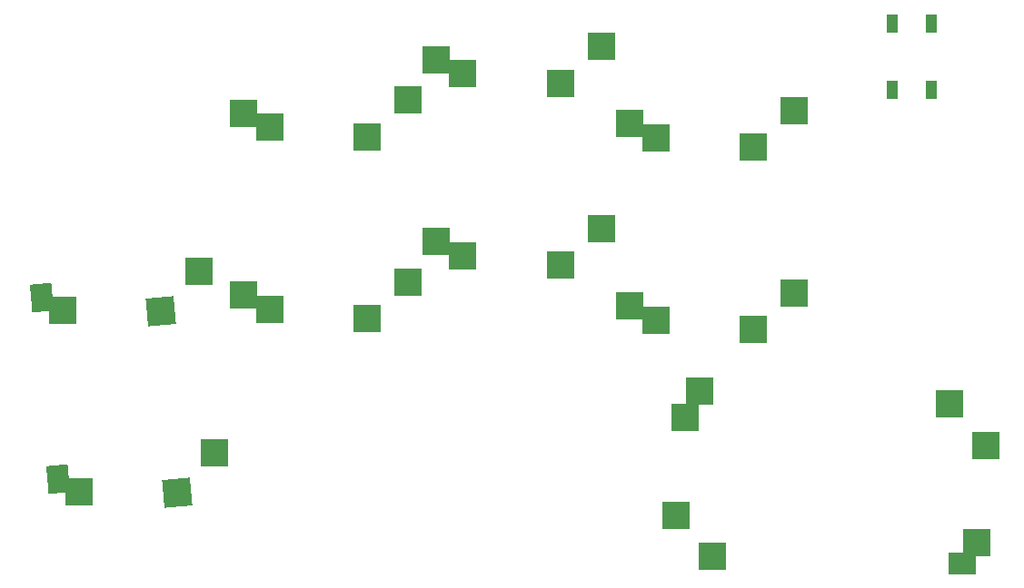
<source format=gbr>
%TF.GenerationSoftware,KiCad,Pcbnew,6.0.0-rc2*%
%TF.CreationDate,2021-12-17T22:08:24+01:00*%
%TF.ProjectId,nano0,6e616e6f-302e-46b6-9963-61645f706362,VERSION_HERE*%
%TF.SameCoordinates,Original*%
%TF.FileFunction,Paste,Bot*%
%TF.FilePolarity,Positive*%
%FSLAX46Y46*%
G04 Gerber Fmt 4.6, Leading zero omitted, Abs format (unit mm)*
G04 Created by KiCad (PCBNEW 6.0.0-rc2) date 2021-12-17 22:08:24*
%MOMM*%
%LPD*%
G01*
G04 APERTURE LIST*
G04 Aperture macros list*
%AMRotRect*
0 Rectangle, with rotation*
0 The origin of the aperture is its center*
0 $1 length*
0 $2 width*
0 $3 Rotation angle, in degrees counterclockwise*
0 Add horizontal line*
21,1,$1,$2,0,0,$3*%
G04 Aperture macros list end*
%ADD10R,1.100000X1.800000*%
%ADD11RotRect,2.600000X2.600000X185.000000*%
%ADD12RotRect,2.000000X2.600000X185.000000*%
%ADD13R,2.550000X2.500000*%
%ADD14R,2.600000X2.600000*%
%ADD15R,2.600000X2.000000*%
G04 APERTURE END LIST*
D10*
%TO.C,B1*%
X248992000Y-123750000D03*
X248992000Y-117550000D03*
X245292000Y-123750000D03*
X245292000Y-117550000D03*
%TD*%
D11*
%TO.C,S3*%
X178674479Y-161350274D03*
D12*
X167574405Y-160113002D03*
%TD*%
D13*
%TO.C,S4*%
X182172780Y-157621187D03*
X169516347Y-161278184D03*
%TD*%
D11*
%TO.C,S7*%
X177192831Y-144414964D03*
D12*
X166092757Y-143177692D03*
%TD*%
D13*
%TO.C,S8*%
X180691132Y-140685877D03*
X168034699Y-144342874D03*
%TD*%
D14*
%TO.C,S11*%
X196407000Y-145124000D03*
X184857000Y-142924000D03*
%TD*%
D13*
%TO.C,S12*%
X200217000Y-141714000D03*
X187290000Y-144254000D03*
%TD*%
D14*
%TO.C,S15*%
X196407000Y-128124000D03*
X184857000Y-125924000D03*
%TD*%
D13*
%TO.C,S16*%
X200217000Y-124714000D03*
X187290000Y-127254000D03*
%TD*%
D14*
%TO.C,S19*%
X214407000Y-140124000D03*
X202857000Y-137924000D03*
%TD*%
D13*
%TO.C,S20*%
X218217000Y-136714000D03*
X205290000Y-139254000D03*
%TD*%
D14*
%TO.C,S23*%
X214407000Y-123124000D03*
X202857000Y-120924000D03*
%TD*%
D13*
%TO.C,S24*%
X218217000Y-119714000D03*
X205290000Y-122254000D03*
%TD*%
D14*
%TO.C,S27*%
X232407000Y-146124000D03*
X220857000Y-143924000D03*
%TD*%
D13*
%TO.C,S28*%
X236217000Y-142714000D03*
X223290000Y-145254000D03*
%TD*%
D14*
%TO.C,S31*%
X232407000Y-129124000D03*
X220857000Y-126924000D03*
%TD*%
D13*
%TO.C,S32*%
X236217000Y-125714000D03*
X223290000Y-128254000D03*
%TD*%
D14*
%TO.C,S35*%
X225182000Y-163449000D03*
X227382000Y-151899000D03*
%TD*%
D13*
%TO.C,S36*%
X228592000Y-167259000D03*
X226052000Y-154332000D03*
%TD*%
D14*
%TO.C,S39*%
X254015600Y-156979000D03*
D15*
X251815600Y-167929000D03*
%TD*%
D13*
%TO.C,S40*%
X250672000Y-153089000D03*
X253212000Y-166016000D03*
%TD*%
M02*

</source>
